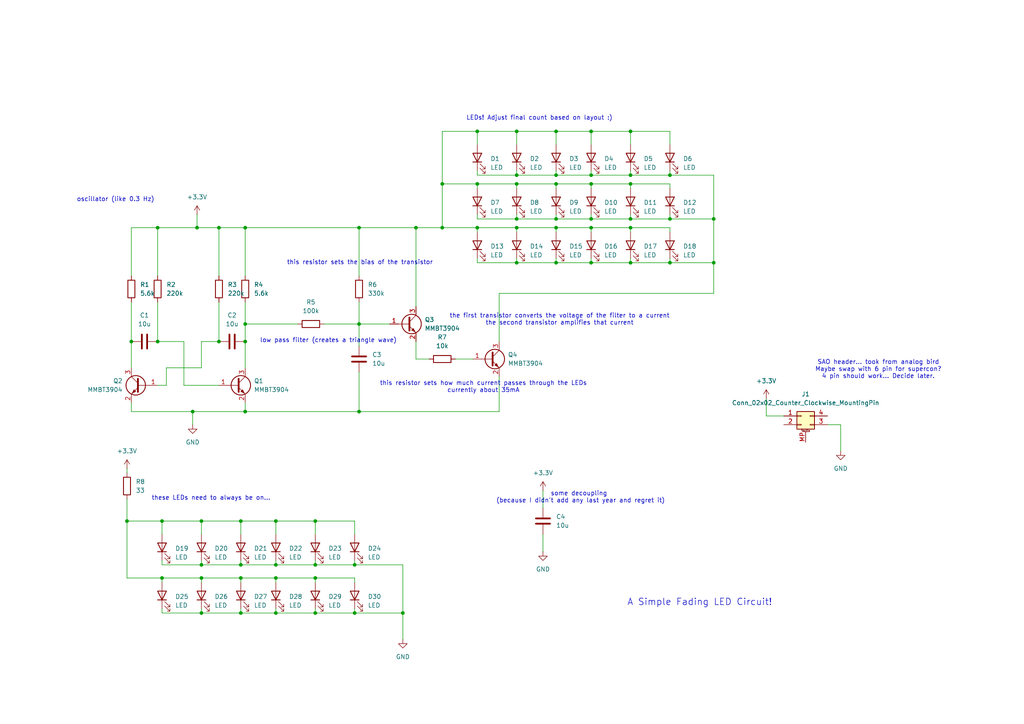
<source format=kicad_sch>
(kicad_sch (version 20250114) (generator "eeschema") (generator_version "9.0")
  (paper "A4")
  (lib_symbols
    (symbol "Connector_Generic_MountingPin:Conn_02x02_Counter_Clockwise_MountingPin" (pin_names (offset 1.016) (hide yes))
      (property "Reference" "J" (at 1.27 2.54 0))
      (property "Value" "Conn_02x02_Counter_Clockwise_MountingPin" (at 2.54 -5.08 0))
      (symbol "Conn_02x02_Counter_Clockwise_MountingPin_1_1"
        (rectangle (start -1.27 1.27) (end 3.81 -3.81) (stroke (width 0.254)) (fill (type background)))
        (rectangle (start -1.27 0.127) (end 0 -0.127) (stroke (width 0.1524)))
        (rectangle (start -1.27 -2.413) (end 0 -2.667) (stroke (width 0.1524)))
        (polyline (pts (xy 0.254 -4.572) (xy 2.286 -4.572)) (stroke (width 0.1524)))
        (rectangle (start 3.81 0.127) (end 2.54 -0.127) (stroke (width 0.1524)))
        (rectangle (start 3.81 -2.413) (end 2.54 -2.667) (stroke (width 0.1524)))
        (text "Mounting" (at 1.27 -4.191 0) (effects (font (size 0.381 0.381))))
        (pin passive line (at -5.08 0 0) (length 3.81) (name "Pin_1") (number "1"))
        (pin passive line (at -5.08 -2.54 0) (length 3.81) (name "Pin_2") (number "2"))
        (pin passive line (at 1.27 -7.62 90) (length 3.048) (name "MountPin") (number "MP"))
        (pin passive line (at 7.62 0 180) (length 3.81) (name "Pin_4") (number "4"))
        (pin passive line (at 7.62 -2.54 180) (length 3.81) (name "Pin_3") (number "3"))
      )
    )
    (symbol "Device:C" (pin_numbers (hide yes)) (pin_names (offset 0.254))
      (property "Reference" "C" (at 0.635 2.54 0))
      (property "Value" "C" (at 0.635 -2.54 0))
      (symbol "C_0_1"
        (polyline (pts (xy -2.032 0.762) (xy 2.032 0.762)) (stroke (width 0.508)))
        (polyline (pts (xy -2.032 -0.762) (xy 2.032 -0.762)) (stroke (width 0.508)))
      )
      (symbol "C_1_1"
        (pin passive line (at 0 3.81 270) (length 2.794) (name "~") (number "1"))
        (pin passive line (at 0 -3.81 90) (length 2.794) (name "~") (number "2"))
      )
    )
    (symbol "Device:LED" (pin_numbers (hide yes)) (pin_names (offset 1.016) (hide yes))
      (property "Reference" "D" (at 0 2.54 0))
      (property "Value" "LED" (at 0 -2.54 0))
      (symbol "LED_0_1"
        (polyline (pts (xy -3.048 -0.762) (xy -4.572 -2.286) (xy -3.81 -2.286) (xy -4.572 -2.286) (xy -4.572 -1.524)))
        (polyline (pts (xy -1.778 -0.762) (xy -3.302 -2.286) (xy -2.54 -2.286) (xy -3.302 -2.286) (xy -3.302 -1.524)))
        (polyline (pts (xy -1.27 0) (xy 1.27 0)))
        (polyline (pts (xy -1.27 -1.27) (xy -1.27 1.27)) (stroke (width 0.254)))
        (polyline (pts (xy 1.27 -1.27) (xy 1.27 1.27) (xy -1.27 0) (xy 1.27 -1.27)) (stroke (width 0.254)))
      )
      (symbol "LED_1_1"
        (pin passive line (at -3.81 0 0) (length 2.54) (name "K") (number "1"))
        (pin passive line (at 3.81 0 180) (length 2.54) (name "A") (number "2"))
      )
    )
    (symbol "Device:R" (pin_numbers (hide yes)) (pin_names (offset 0))
      (property "Reference" "R" (at 2.032 0 90))
      (property "Value" "R" (at 0 0 90))
      (symbol "R_0_1"
        (rectangle (start -1.016 -2.54) (end 1.016 2.54) (stroke (width 0.254)))
      )
      (symbol "R_1_1"
        (pin passive line (at 0 3.81 270) (length 1.27) (name "~") (number "1"))
        (pin passive line (at 0 -3.81 90) (length 1.27) (name "~") (number "2"))
      )
    )
    (symbol "Transistor_BJT:MMBT3904" (pin_names (offset 0) (hide yes))
      (property "Reference" "Q" (at 5.08 1.905 0))
      (property "Value" "MMBT3904" (at 5.08 0 0))
      (symbol "MMBT3904_0_1"
        (polyline (pts (xy -2.54 0) (xy 0.635 0)))
        (polyline (pts (xy 0.635 1.905) (xy 0.635 -1.905)) (stroke (width 0.508)))
        (circle (center 1.27 0) (radius 2.8194) (stroke (width 0.254)))
      )
      (symbol "MMBT3904_1_1"
        (polyline (pts (xy 0.635 0.635) (xy 2.54 2.54)))
        (polyline (pts (xy 0.635 -0.635) (xy 2.54 -2.54)))
        (polyline (pts (xy 1.27 -1.778) (xy 1.778 -1.27) (xy 2.286 -2.286) (xy 1.27 -1.778)) (fill (type outline)))
        (pin input line (at -5.08 0 0) (length 2.54) (name "B") (number "1"))
        (pin passive line (at 2.54 5.08 270) (length 2.54) (name "C") (number "3"))
        (pin passive line (at 2.54 -5.08 90) (length 2.54) (name "E") (number "2"))
      )
    )
    (symbol "power:+3.3V" (power) (pin_numbers (hide yes)) (pin_names (offset 0) (hide yes))
      (property "Value" "+3.3V" (at 0 3.556 0))
      (symbol "+3.3V_0_1"
        (polyline (pts (xy -0.762 1.27) (xy 0 2.54)))
        (polyline (pts (xy 0 2.54) (xy 0.762 1.27)))
        (polyline (pts (xy 0 0) (xy 0 2.54)))
      )
      (symbol "+3.3V_1_1"
        (pin power_in line (at 0 0 90) (length 0) (name "~") (number "1"))
      )
    )
    (symbol "power:GND" (power) (pin_numbers (hide yes)) (pin_names (offset 0) (hide yes))
      (property "Value" "GND" (at 0 -3.81 0))
      (symbol "GND_0_1"
        (polyline (pts (xy 0 0) (xy 0 -1.27) (xy 1.27 -1.27) (xy 0 -2.54) (xy -1.27 -1.27) (xy 0 -1.27)))
      )
      (symbol "GND_1_1"
        (pin power_in line (at 0 0 270) (length 0) (name "~") (number "1"))
      )
    )
  )
  (text "the first transistor converts the voltage of the filter to a current\nthe second transistor amplifies that current" (at 162.306 92.71 0) (effects (font (size 1.27 1.27))))
  (text "some decoupling \n(because I didn't add any last year and regret it)" (at 168.402 144.272 0) (effects (font (size 1.27 1.27))))
  (text "SAO header... took from analog bird\nMaybe swap with 6 pin for supercon?\n4 pin should work... Decide later." (at 254.762 107.188 0) (effects (font (size 1.27 1.27))))
  (text "LEDs! Adjust final count based on layout :)" (at 156.464 34.29 0) (effects (font (size 1.27 1.27))))
  (text "low pass filter (creates a triangle wave)" (at 95.25 98.806 0) (effects (font (size 1.27 1.27))))
  (text "these LEDs need to always be on..." (at 61.214 144.526 0) (effects (font (size 1.27 1.27))))
  (text "A Simple Fading LED Circuit!" (at 202.946 174.752 0) (effects (font (size 1.905 1.905))))
  (text "oscillator (like 0.3 Hz)" (at 33.528 57.912 0) (effects (font (size 1.27 1.27))))
  (text "this resistor sets how much current passes through the LEDs\ncurrently about 35mA" (at 140.208 112.268 0) (effects (font (size 1.27 1.27))))
  (text "this resistor sets the bias of the transistor" (at 104.394 76.2 0) (effects (font (size 1.27 1.27))))
  (junction (at 102.87 177.8))
  (junction (at 91.44 151.13))
  (junction (at 46.99 167.64))
  (junction (at 161.29 53.34))
  (junction (at 161.29 76.2))
  (junction (at 182.88 66.04))
  (junction (at 149.86 50.8))
  (junction (at 182.88 76.2))
  (junction (at 46.99 151.13))
  (junction (at 58.42 177.8))
  (junction (at 63.5 99.06))
  (junction (at 161.29 50.8))
  (junction (at 69.85 177.8))
  (junction (at 71.12 93.98))
  (junction (at 71.12 99.06))
  (junction (at 45.72 66.04))
  (junction (at 149.86 76.2))
  (junction (at 171.45 66.04))
  (junction (at 69.85 151.13))
  (junction (at 149.86 38.1))
  (junction (at 149.86 63.5))
  (junction (at 138.43 66.04))
  (junction (at 104.14 93.98))
  (junction (at 207.01 63.5))
  (junction (at 182.88 50.8))
  (junction (at 71.12 119.38))
  (junction (at 80.01 151.13))
  (junction (at 138.43 53.34))
  (junction (at 182.88 53.34))
  (junction (at 91.44 163.83))
  (junction (at 69.85 163.83))
  (junction (at 194.31 63.5))
  (junction (at 104.14 119.38))
  (junction (at 63.5 66.04))
  (junction (at 45.72 99.06))
  (junction (at 120.65 66.04))
  (junction (at 116.84 177.8))
  (junction (at 138.43 38.1))
  (junction (at 161.29 38.1))
  (junction (at 149.86 53.34))
  (junction (at 207.01 76.2))
  (junction (at 171.45 53.34))
  (junction (at 102.87 163.83))
  (junction (at 194.31 76.2))
  (junction (at 80.01 167.64))
  (junction (at 58.42 163.83))
  (junction (at 128.27 66.04))
  (junction (at 57.15 66.04))
  (junction (at 91.44 167.64))
  (junction (at 91.44 177.8))
  (junction (at 161.29 63.5))
  (junction (at 38.1 99.06))
  (junction (at 171.45 50.8))
  (junction (at 69.85 167.64))
  (junction (at 128.27 53.34))
  (junction (at 80.01 163.83))
  (junction (at 171.45 76.2))
  (junction (at 58.42 167.64))
  (junction (at 171.45 63.5))
  (junction (at 149.86 66.04))
  (junction (at 80.01 177.8))
  (junction (at 58.42 151.13))
  (junction (at 161.29 66.04))
  (junction (at 171.45 38.1))
  (junction (at 36.83 151.13))
  (junction (at 194.31 50.8))
  (junction (at 182.88 63.5))
  (junction (at 55.88 119.38))
  (junction (at 104.14 66.04))
  (junction (at 182.88 38.1))
  (junction (at 71.12 66.04))
  (wire (pts (xy 240.03 123.19) (xy 243.84 123.19)))
  (wire (pts (xy 38.1 66.04) (xy 45.72 66.04)))
  (wire (pts (xy 36.83 151.13) (xy 36.83 167.64)))
  (wire (pts (xy 171.45 38.1) (xy 171.45 41.91)))
  (wire (pts (xy 46.99 163.83) (xy 46.99 162.56)))
  (wire (pts (xy 71.12 116.84) (xy 71.12 119.38)))
  (wire (pts (xy 91.44 176.53) (xy 91.44 177.8)))
  (wire (pts (xy 80.01 177.8) (xy 69.85 177.8)))
  (wire (pts (xy 58.42 176.53) (xy 58.42 177.8)))
  (wire (pts (xy 69.85 163.83) (xy 58.42 163.83)))
  (wire (pts (xy 207.01 63.5) (xy 194.31 63.5)))
  (wire (pts (xy 144.78 99.06) (xy 144.78 85.09)))
  (wire (pts (xy 149.86 62.23) (xy 149.86 63.5)))
  (wire (pts (xy 182.88 62.23) (xy 182.88 63.5)))
  (wire (pts (xy 161.29 62.23) (xy 161.29 63.5)))
  (wire (pts (xy 38.1 99.06) (xy 38.1 106.68)))
  (wire (pts (xy 149.86 66.04) (xy 161.29 66.04)))
  (wire (pts (xy 182.88 74.93) (xy 182.88 76.2)))
  (wire (pts (xy 71.12 80.01) (xy 71.12 66.04)))
  (wire (pts (xy 38.1 80.01) (xy 38.1 66.04)))
  (wire (pts (xy 138.43 53.34) (xy 149.86 53.34)))
  (wire (pts (xy 45.72 99.06) (xy 53.34 99.06)))
  (wire (pts (xy 207.01 50.8) (xy 194.31 50.8)))
  (wire (pts (xy 80.01 176.53) (xy 80.01 177.8)))
  (wire (pts (xy 161.29 38.1) (xy 161.29 41.91)))
  (wire (pts (xy 58.42 162.56) (xy 58.42 163.83)))
  (wire (pts (xy 46.99 167.64) (xy 46.99 168.91)))
  (wire (pts (xy 120.65 66.04) (xy 128.27 66.04)))
  (wire (pts (xy 104.14 93.98) (xy 104.14 87.63)))
  (wire (pts (xy 80.01 167.64) (xy 80.01 168.91)))
  (wire (pts (xy 91.44 162.56) (xy 91.44 163.83)))
  (wire (pts (xy 69.85 167.64) (xy 69.85 168.91)))
  (wire (pts (xy 194.31 49.53) (xy 194.31 50.8)))
  (wire (pts (xy 194.31 63.5) (xy 182.88 63.5)))
  (wire (pts (xy 194.31 38.1) (xy 194.31 41.91)))
  (wire (pts (xy 182.88 66.04) (xy 194.31 66.04)))
  (wire (pts (xy 58.42 99.06) (xy 58.42 106.68)))
  (wire (pts (xy 182.88 38.1) (xy 182.88 41.91)))
  (wire (pts (xy 46.99 177.8) (xy 46.99 176.53)))
  (wire (pts (xy 120.65 66.04) (xy 120.65 88.9)))
  (wire (pts (xy 161.29 63.5) (xy 149.86 63.5)))
  (wire (pts (xy 69.85 151.13) (xy 69.85 154.94)))
  (wire (pts (xy 48.26 106.68) (xy 48.26 111.76)))
  (wire (pts (xy 128.27 66.04) (xy 138.43 66.04)))
  (wire (pts (xy 161.29 38.1) (xy 171.45 38.1)))
  (wire (pts (xy 102.87 167.64) (xy 91.44 167.64)))
  (wire (pts (xy 182.88 38.1) (xy 194.31 38.1)))
  (wire (pts (xy 58.42 106.68) (xy 48.26 106.68)))
  (wire (pts (xy 222.25 115.57) (xy 222.25 120.65)))
  (wire (pts (xy 207.01 76.2) (xy 194.31 76.2)))
  (wire (pts (xy 171.45 49.53) (xy 171.45 50.8)))
  (wire (pts (xy 194.31 66.04) (xy 194.31 67.31)))
  (wire (pts (xy 161.29 53.34) (xy 161.29 54.61)))
  (wire (pts (xy 45.72 87.63) (xy 45.72 99.06)))
  (wire (pts (xy 116.84 163.83) (xy 116.84 177.8)))
  (wire (pts (xy 91.44 151.13) (xy 102.87 151.13)))
  (wire (pts (xy 53.34 111.76) (xy 63.5 111.76)))
  (wire (pts (xy 71.12 87.63) (xy 71.12 93.98)))
  (wire (pts (xy 157.48 142.24) (xy 157.48 147.32)))
  (wire (pts (xy 171.45 76.2) (xy 161.29 76.2)))
  (wire (pts (xy 58.42 167.64) (xy 46.99 167.64)))
  (wire (pts (xy 71.12 66.04) (xy 104.14 66.04)))
  (wire (pts (xy 138.43 50.8) (xy 138.43 49.53)))
  (wire (pts (xy 58.42 177.8) (xy 46.99 177.8)))
  (wire (pts (xy 102.87 162.56) (xy 102.87 163.83)))
  (wire (pts (xy 182.88 76.2) (xy 171.45 76.2)))
  (wire (pts (xy 149.86 38.1) (xy 161.29 38.1)))
  (wire (pts (xy 149.86 66.04) (xy 149.86 67.31)))
  (wire (pts (xy 171.45 74.93) (xy 171.45 76.2)))
  (wire (pts (xy 116.84 177.8) (xy 116.84 185.42)))
  (wire (pts (xy 63.5 87.63) (xy 63.5 99.06)))
  (wire (pts (xy 58.42 167.64) (xy 58.42 168.91)))
  (wire (pts (xy 149.86 63.5) (xy 138.43 63.5)))
  (wire (pts (xy 161.29 53.34) (xy 171.45 53.34)))
  (wire (pts (xy 171.45 66.04) (xy 182.88 66.04)))
  (wire (pts (xy 38.1 119.38) (xy 55.88 119.38)))
  (wire (pts (xy 36.83 135.89) (xy 36.83 137.16)))
  (wire (pts (xy 182.88 53.34) (xy 182.88 54.61)))
  (wire (pts (xy 128.27 38.1) (xy 138.43 38.1)))
  (wire (pts (xy 91.44 167.64) (xy 91.44 168.91)))
  (wire (pts (xy 149.86 74.93) (xy 149.86 76.2)))
  (wire (pts (xy 194.31 53.34) (xy 194.31 54.61)))
  (wire (pts (xy 171.45 62.23) (xy 171.45 63.5)))
  (wire (pts (xy 161.29 74.93) (xy 161.29 76.2)))
  (wire (pts (xy 58.42 99.06) (xy 63.5 99.06)))
  (wire (pts (xy 102.87 163.83) (xy 91.44 163.83)))
  (wire (pts (xy 80.01 167.64) (xy 69.85 167.64)))
  (wire (pts (xy 63.5 80.01) (xy 63.5 66.04)))
  (wire (pts (xy 58.42 151.13) (xy 58.42 154.94)))
  (wire (pts (xy 138.43 63.5) (xy 138.43 62.23)))
  (wire (pts (xy 80.01 151.13) (xy 91.44 151.13)))
  (wire (pts (xy 171.45 53.34) (xy 182.88 53.34)))
  (wire (pts (xy 149.86 49.53) (xy 149.86 50.8)))
  (wire (pts (xy 144.78 119.38) (xy 104.14 119.38)))
  (wire (pts (xy 104.14 66.04) (xy 120.65 66.04)))
  (wire (pts (xy 57.15 66.04) (xy 63.5 66.04)))
  (wire (pts (xy 138.43 53.34) (xy 138.43 54.61)))
  (wire (pts (xy 171.45 38.1) (xy 182.88 38.1)))
  (wire (pts (xy 194.31 50.8) (xy 182.88 50.8)))
  (wire (pts (xy 120.65 99.06) (xy 120.65 104.14)))
  (wire (pts (xy 207.01 85.09) (xy 207.01 76.2)))
  (wire (pts (xy 182.88 50.8) (xy 171.45 50.8)))
  (wire (pts (xy 58.42 163.83) (xy 46.99 163.83)))
  (wire (pts (xy 132.08 104.14) (xy 137.16 104.14)))
  (wire (pts (xy 46.99 151.13) (xy 58.42 151.13)))
  (wire (pts (xy 93.98 93.98) (xy 104.14 93.98)))
  (wire (pts (xy 207.01 63.5) (xy 207.01 50.8)))
  (wire (pts (xy 36.83 151.13) (xy 46.99 151.13)))
  (wire (pts (xy 149.86 76.2) (xy 138.43 76.2)))
  (wire (pts (xy 171.45 66.04) (xy 171.45 67.31)))
  (wire (pts (xy 138.43 41.91) (xy 138.43 38.1)))
  (wire (pts (xy 149.86 53.34) (xy 149.86 54.61)))
  (wire (pts (xy 128.27 66.04) (xy 128.27 53.34)))
  (wire (pts (xy 46.99 167.64) (xy 36.83 167.64)))
  (wire (pts (xy 171.45 50.8) (xy 161.29 50.8)))
  (wire (pts (xy 53.34 99.06) (xy 53.34 111.76)))
  (wire (pts (xy 182.88 53.34) (xy 194.31 53.34)))
  (wire (pts (xy 104.14 66.04) (xy 104.14 80.01)))
  (wire (pts (xy 69.85 167.64) (xy 58.42 167.64)))
  (wire (pts (xy 138.43 38.1) (xy 149.86 38.1)))
  (wire (pts (xy 71.12 99.06) (xy 71.12 106.68)))
  (wire (pts (xy 161.29 50.8) (xy 149.86 50.8)))
  (wire (pts (xy 45.72 80.01) (xy 45.72 66.04)))
  (wire (pts (xy 102.87 168.91) (xy 102.87 167.64)))
  (wire (pts (xy 161.29 66.04) (xy 161.29 67.31)))
  (wire (pts (xy 104.14 107.95) (xy 104.14 119.38)))
  (wire (pts (xy 149.86 50.8) (xy 138.43 50.8)))
  (wire (pts (xy 243.84 123.19) (xy 243.84 130.81)))
  (wire (pts (xy 102.87 151.13) (xy 102.87 154.94)))
  (wire (pts (xy 161.29 76.2) (xy 149.86 76.2)))
  (wire (pts (xy 38.1 116.84) (xy 38.1 119.38)))
  (wire (pts (xy 182.88 63.5) (xy 171.45 63.5)))
  (wire (pts (xy 144.78 85.09) (xy 207.01 85.09)))
  (wire (pts (xy 194.31 76.2) (xy 182.88 76.2)))
  (wire (pts (xy 69.85 151.13) (xy 80.01 151.13)))
  (wire (pts (xy 120.65 104.14) (xy 124.46 104.14)))
  (wire (pts (xy 36.83 144.78) (xy 36.83 151.13)))
  (wire (pts (xy 102.87 177.8) (xy 91.44 177.8)))
  (wire (pts (xy 91.44 177.8) (xy 80.01 177.8)))
  (wire (pts (xy 222.25 120.65) (xy 227.33 120.65)))
  (wire (pts (xy 102.87 177.8) (xy 116.84 177.8)))
  (wire (pts (xy 102.87 163.83) (xy 116.84 163.83)))
  (wire (pts (xy 104.14 93.98) (xy 104.14 100.33)))
  (wire (pts (xy 69.85 176.53) (xy 69.85 177.8)))
  (wire (pts (xy 46.99 154.94) (xy 46.99 151.13)))
  (wire (pts (xy 55.88 119.38) (xy 55.88 123.19)))
  (wire (pts (xy 80.01 163.83) (xy 69.85 163.83)))
  (wire (pts (xy 71.12 93.98) (xy 71.12 99.06)))
  (wire (pts (xy 207.01 76.2) (xy 207.01 63.5)))
  (wire (pts (xy 45.72 66.04) (xy 57.15 66.04)))
  (wire (pts (xy 144.78 109.22) (xy 144.78 119.38)))
  (wire (pts (xy 80.01 162.56) (xy 80.01 163.83)))
  (wire (pts (xy 71.12 93.98) (xy 86.36 93.98)))
  (wire (pts (xy 69.85 177.8) (xy 58.42 177.8)))
  (wire (pts (xy 38.1 87.63) (xy 38.1 99.06)))
  (wire (pts (xy 157.48 154.94) (xy 157.48 160.02)))
  (wire (pts (xy 91.44 151.13) (xy 91.44 154.94)))
  (wire (pts (xy 57.15 66.04) (xy 57.15 62.23)))
  (wire (pts (xy 138.43 66.04) (xy 138.43 67.31)))
  (wire (pts (xy 161.29 49.53) (xy 161.29 50.8)))
  (wire (pts (xy 171.45 63.5) (xy 161.29 63.5)))
  (wire (pts (xy 138.43 66.04) (xy 149.86 66.04)))
  (wire (pts (xy 58.42 151.13) (xy 69.85 151.13)))
  (wire (pts (xy 149.86 38.1) (xy 149.86 41.91)))
  (wire (pts (xy 102.87 176.53) (xy 102.87 177.8)))
  (wire (pts (xy 161.29 66.04) (xy 171.45 66.04)))
  (wire (pts (xy 182.88 66.04) (xy 182.88 67.31)))
  (wire (pts (xy 69.85 162.56) (xy 69.85 163.83)))
  (wire (pts (xy 182.88 49.53) (xy 182.88 50.8)))
  (wire (pts (xy 194.31 62.23) (xy 194.31 63.5)))
  (wire (pts (xy 128.27 53.34) (xy 138.43 53.34)))
  (wire (pts (xy 171.45 53.34) (xy 171.45 54.61)))
  (wire (pts (xy 48.26 111.76) (xy 45.72 111.76)))
  (wire (pts (xy 55.88 119.38) (xy 71.12 119.38)))
  (wire (pts (xy 194.31 74.93) (xy 194.31 76.2)))
  (wire (pts (xy 149.86 53.34) (xy 161.29 53.34)))
  (wire (pts (xy 128.27 53.34) (xy 128.27 38.1)))
  (wire (pts (xy 104.14 93.98) (xy 113.03 93.98)))
  (wire (pts (xy 104.14 119.38) (xy 71.12 119.38)))
  (wire (pts (xy 80.01 151.13) (xy 80.01 154.94)))
  (wire (pts (xy 91.44 163.83) (xy 80.01 163.83)))
  (wire (pts (xy 71.12 66.04) (xy 63.5 66.04)))
  (wire (pts (xy 91.44 167.64) (xy 80.01 167.64)))
  (wire (pts (xy 138.43 76.2) (xy 138.43 74.93)))
  (symbol (lib_id "Device:LED") (at 171.45 71.12 90) (unit 1)
    (property "Reference" "D16" (at 175.26 71.4374 90) (effects (justify right)))
    (property "Value" "LED" (at 175.26 73.9774 90) (effects (justify right)))
    (property "Footprint" "LED_SMD:LED_0603_1608Metric" (effects (hide yes)))
    (property "Description" "Light emitting diode" (effects (hide yes)))
    (property "Sim.Pins" "1=K 2=A" (effects (hide yes)))
  )
  (symbol (lib_id "Device:LED") (at 149.86 58.42 90) (unit 1)
    (property "Reference" "D8" (at 153.67 58.7374 90) (effects (justify right)))
    (property "Value" "LED" (at 153.67 61.2774 90) (effects (justify right)))
    (property "Footprint" "LED_SMD:LED_0603_1608Metric" (effects (hide yes)))
    (property "Description" "Light emitting diode" (effects (hide yes)))
    (property "Sim.Pins" "1=K 2=A" (effects (hide yes)))
  )
  (symbol (lib_id "Device:LED") (at 102.87 172.72 90) (unit 1)
    (property "Reference" "D30" (at 106.68 173.0374 90) (effects (justify right)))
    (property "Value" "LED" (at 106.68 175.5774 90) (effects (justify right)))
    (property "Footprint" "LED_SMD:LED_0603_1608Metric" (effects (hide yes)))
    (property "Description" "Light emitting diode" (effects (hide yes)))
    (property "Sim.Pins" "1=K 2=A" (effects (hide yes)))
  )
  (symbol (lib_id "Device:LED") (at 138.43 58.42 90) (unit 1)
    (property "Reference" "D7" (at 142.24 58.7374 90) (effects (justify right)))
    (property "Value" "LED" (at 142.24 61.2774 90) (effects (justify right)))
    (property "Footprint" "LED_SMD:LED_0603_1608Metric" (effects (hide yes)))
    (property "Description" "Light emitting diode" (effects (hide yes)))
    (property "Sim.Pins" "1=K 2=A" (effects (hide yes)))
  )
  (symbol (lib_id "Device:LED") (at 182.88 45.72 90) (unit 1)
    (property "Reference" "D5" (at 186.69 46.0374 90) (effects (justify right)))
    (property "Value" "LED" (at 186.69 48.5774 90) (effects (justify right)))
    (property "Footprint" "LED_SMD:LED_0603_1608Metric" (effects (hide yes)))
    (property "Description" "Light emitting diode" (effects (hide yes)))
    (property "Sim.Pins" "1=K 2=A" (effects (hide yes)))
  )
  (symbol (lib_id "Device:LED") (at 80.01 172.72 90) (unit 1)
    (property "Reference" "D28" (at 83.82 173.0374 90) (effects (justify right)))
    (property "Value" "LED" (at 83.82 175.5774 90) (effects (justify right)))
    (property "Footprint" "LED_SMD:LED_0603_1608Metric" (effects (hide yes)))
    (property "Description" "Light emitting diode" (effects (hide yes)))
    (property "Sim.Pins" "1=K 2=A" (effects (hide yes)))
  )
  (symbol (lib_id "power:+3.3V") (at 222.25 115.57 0) (unit 1)
    (property "Reference" "#PWR03" (effects (hide yes)))
    (property "Value" "+3.3V" (at 222.25 110.49 0))
    (property "Description" "Power symbol creates a global label with name \"+3.3V\"" (effects (hide yes)))
  )
  (symbol (lib_id "Device:LED") (at 161.29 58.42 90) (unit 1)
    (property "Reference" "D9" (at 165.1 58.7374 90) (effects (justify right)))
    (property "Value" "LED" (at 165.1 61.2774 90) (effects (justify right)))
    (property "Footprint" "LED_SMD:LED_0603_1608Metric" (effects (hide yes)))
    (property "Description" "Light emitting diode" (effects (hide yes)))
    (property "Sim.Pins" "1=K 2=A" (effects (hide yes)))
  )
  (symbol (lib_id "Device:LED") (at 46.99 158.75 90) (unit 1)
    (property "Reference" "D19" (at 50.8 159.0674 90) (effects (justify right)))
    (property "Value" "LED" (at 50.8 161.6074 90) (effects (justify right)))
    (property "Footprint" "LED_SMD:LED_0603_1608Metric" (effects (hide yes)))
    (property "Description" "Light emitting diode" (effects (hide yes)))
    (property "Sim.Pins" "1=K 2=A" (effects (hide yes)))
  )
  (symbol (lib_id "Device:R") (at 128.27 104.14 270) (unit 1)
    (property "Reference" "R7" (at 128.27 97.79 90))
    (property "Value" "10k" (at 128.27 100.33 90))
    (property "Footprint" "Resistor_SMD:R_0603_1608Metric" (effects (hide yes)))
    (property "Description" "Resistor" (effects (hide yes)))
  )
  (symbol (lib_id "Device:R") (at 36.83 140.97 0) (unit 1)
    (property "Reference" "R8" (at 39.37 139.6999 0) (effects (justify left)))
    (property "Value" "33" (at 39.37 142.2399 0) (effects (justify left)))
    (property "Footprint" "Resistor_SMD:R_0603_1608Metric" (effects (hide yes)))
    (property "Description" "Resistor" (effects (hide yes)))
  )
  (symbol (lib_id "power:GND") (at 55.88 123.19 0) (unit 1)
    (property "Reference" "#PWR01" (effects (hide yes)))
    (property "Value" "GND" (at 55.88 128.27 0))
    (property "Description" "Power symbol creates a global label with name \"GND\" , ground" (effects (hide yes)))
  )
  (symbol (lib_id "Device:R") (at 71.12 83.82 0) (unit 1)
    (property "Reference" "R4" (at 73.66 82.5499 0) (effects (justify left)))
    (property "Value" "5.6k" (at 73.66 85.0899 0) (effects (justify left)))
    (property "Footprint" "Resistor_SMD:R_0603_1608Metric" (effects (hide yes)))
    (property "Description" "Resistor" (effects (hide yes)))
  )
  (symbol (lib_id "Device:LED") (at 102.87 158.75 90) (unit 1)
    (property "Reference" "D24" (at 106.68 159.0674 90) (effects (justify right)))
    (property "Value" "LED" (at 106.68 161.6074 90) (effects (justify right)))
    (property "Footprint" "LED_SMD:LED_0603_1608Metric" (effects (hide yes)))
    (property "Description" "Light emitting diode" (effects (hide yes)))
    (property "Sim.Pins" "1=K 2=A" (effects (hide yes)))
  )
  (symbol (lib_id "power:GND") (at 243.84 130.81 0) (unit 1)
    (property "Reference" "#PWR04" (effects (hide yes)))
    (property "Value" "GND" (at 243.84 135.89 0))
    (property "Description" "Power symbol creates a global label with name \"GND\" , ground" (effects (hide yes)))
  )
  (symbol (lib_id "Device:LED") (at 91.44 172.72 90) (unit 1)
    (property "Reference" "D29" (at 95.25 173.0374 90) (effects (justify right)))
    (property "Value" "LED" (at 95.25 175.5774 90) (effects (justify right)))
    (property "Footprint" "LED_SMD:LED_0603_1608Metric" (effects (hide yes)))
    (property "Description" "Light emitting diode" (effects (hide yes)))
    (property "Sim.Pins" "1=K 2=A" (effects (hide yes)))
  )
  (symbol (lib_id "Device:LED") (at 149.86 71.12 90) (unit 1)
    (property "Reference" "D14" (at 153.67 71.4374 90) (effects (justify right)))
    (property "Value" "LED" (at 153.67 73.9774 90) (effects (justify right)))
    (property "Footprint" "LED_SMD:LED_0603_1608Metric" (effects (hide yes)))
    (property "Description" "Light emitting diode" (effects (hide yes)))
    (property "Sim.Pins" "1=K 2=A" (effects (hide yes)))
  )
  (symbol (lib_id "power:+3.3V") (at 57.15 62.23 0) (unit 1)
    (property "Reference" "#PWR02" (effects (hide yes)))
    (property "Value" "+3.3V" (at 57.15 57.15 0))
    (property "Description" "Power symbol creates a global label with name \"+3.3V\"" (effects (hide yes)))
  )
  (symbol (lib_id "Device:LED") (at 91.44 158.75 90) (unit 1)
    (property "Reference" "D23" (at 95.25 159.0674 90) (effects (justify right)))
    (property "Value" "LED" (at 95.25 161.6074 90) (effects (justify right)))
    (property "Footprint" "LED_SMD:LED_0603_1608Metric" (effects (hide yes)))
    (property "Description" "Light emitting diode" (effects (hide yes)))
    (property "Sim.Pins" "1=K 2=A" (effects (hide yes)))
  )
  (symbol (lib_id "Device:R") (at 90.17 93.98 90) (unit 1)
    (property "Reference" "R5" (at 90.17 87.63 90))
    (property "Value" "100k" (at 90.17 90.17 90))
    (property "Footprint" "Resistor_SMD:R_0603_1608Metric" (effects (hide yes)))
    (property "Description" "Resistor" (effects (hide yes)))
  )
  (symbol (lib_id "Device:LED") (at 46.99 172.72 90) (unit 1)
    (property "Reference" "D25" (at 50.8 173.0374 90) (effects (justify right)))
    (property "Value" "LED" (at 50.8 175.5774 90) (effects (justify right)))
    (property "Footprint" "LED_SMD:LED_0603_1608Metric" (effects (hide yes)))
    (property "Description" "Light emitting diode" (effects (hide yes)))
    (property "Sim.Pins" "1=K 2=A" (effects (hide yes)))
  )
  (symbol (lib_id "Device:R") (at 45.72 83.82 0) (unit 1)
    (property "Reference" "R2" (at 48.26 82.5499 0) (effects (justify left)))
    (property "Value" "220k" (at 48.26 85.0899 0) (effects (justify left)))
    (property "Footprint" "Resistor_SMD:R_0603_1608Metric" (effects (hide yes)))
    (property "Description" "Resistor" (effects (hide yes)))
  )
  (symbol (lib_id "Device:C") (at 104.14 104.14 180) (unit 1)
    (property "Reference" "C3" (at 107.95 102.8699 0) (effects (justify right)))
    (property "Value" "10u" (at 107.95 105.4099 0) (effects (justify right)))
    (property "Footprint" "Capacitor_SMD:C_0603_1608Metric" (effects (hide yes)))
    (property "Description" "Unpolarized capacitor" (effects (hide yes)))
  )
  (symbol (lib_id "Device:LED") (at 171.45 58.42 90) (unit 1)
    (property "Reference" "D10" (at 175.26 58.7374 90) (effects (justify right)))
    (property "Value" "LED" (at 175.26 61.2774 90) (effects (justify right)))
    (property "Footprint" "LED_SMD:LED_0603_1608Metric" (effects (hide yes)))
    (property "Description" "Light emitting diode" (effects (hide yes)))
    (property "Sim.Pins" "1=K 2=A" (effects (hide yes)))
  )
  (symbol (lib_id "Transistor_BJT:MMBT3904") (at 142.24 104.14 0) (unit 1)
    (property "Reference" "Q4" (at 147.32 102.8699 0) (effects (justify left)))
    (property "Value" "MMBT3904" (at 147.32 105.4099 0) (effects (justify left)))
    (property "Footprint" "Package_TO_SOT_SMD:SOT-23" (effects (hide yes)))
    (property "Datasheet" "https://www.onsemi.com/pdf/datasheet/pzt3904-d.pdf" (effects (hide yes)))
    (property "Description" "0.2A Ic, 40V Vce, Small Signal NPN Transistor, SOT-23" (effects (hide yes)))
  )
  (symbol (lib_id "Device:C") (at 67.31 99.06 90) (unit 1)
    (property "Reference" "C2" (at 67.31 91.44 90))
    (property "Value" "10u" (at 67.31 93.98 90))
    (property "Footprint" "Capacitor_SMD:C_0603_1608Metric" (effects (hide yes)))
    (property "Description" "Unpolarized capacitor" (effects (hide yes)))
  )
  (symbol (lib_id "Device:LED") (at 138.43 71.12 90) (unit 1)
    (property "Reference" "D13" (at 142.24 71.4374 90) (effects (justify right)))
    (property "Value" "LED" (at 142.24 73.9774 90) (effects (justify right)))
    (property "Footprint" "LED_SMD:LED_0603_1608Metric" (effects (hide yes)))
    (property "Description" "Light emitting diode" (effects (hide yes)))
    (property "Sim.Pins" "1=K 2=A" (effects (hide yes)))
  )
  (symbol (lib_id "Connector_Generic_MountingPin:Conn_02x02_Counter_Clockwise_MountingPin") (at 232.41 120.65 0) (unit 1)
    (property "Reference" "J1" (at 233.68 114.3 0))
    (property "Value" "Conn_02x02_Counter_Clockwise_MountingPin" (at 233.68 116.84 0))
    (property "Footprint" "Connector_PinHeader_2.54mm:PinHeader_2x02_P2.54mm_Vertical" (effects (hide yes)))
    (property "Description" "Generic connectable mounting pin connector, double row, 02x02, counter clockwise pin numbering scheme (similar to DIP package numbering), script generated (kicad-library-utils/schlib/autogen/connector/)" (effects (hide yes)))
  )
  (symbol (lib_id "Device:R") (at 104.14 83.82 180) (unit 1)
    (property "Reference" "R6" (at 106.68 82.5499 0) (effects (justify right)))
    (property "Value" "330k" (at 106.68 85.0899 0) (effects (justify right)))
    (property "Footprint" "Resistor_SMD:R_0603_1608Metric" (effects (hide yes)))
    (property "Description" "Resistor" (effects (hide yes)))
  )
  (symbol (lib_id "Device:LED") (at 149.86 45.72 90) (unit 1)
    (property "Reference" "D2" (at 153.67 46.0374 90) (effects (justify right)))
    (property "Value" "LED" (at 153.67 48.5774 90) (effects (justify right)))
    (property "Footprint" "LED_SMD:LED_0603_1608Metric" (effects (hide yes)))
    (property "Description" "Light emitting diode" (effects (hide yes)))
    (property "Sim.Pins" "1=K 2=A" (effects (hide yes)))
  )
  (symbol (lib_id "Device:LED") (at 58.42 172.72 90) (unit 1)
    (property "Reference" "D26" (at 62.23 173.0374 90) (effects (justify right)))
    (property "Value" "LED" (at 62.23 175.5774 90) (effects (justify right)))
    (property "Footprint" "LED_SMD:LED_0603_1608Metric" (effects (hide yes)))
    (property "Description" "Light emitting diode" (effects (hide yes)))
    (property "Sim.Pins" "1=K 2=A" (effects (hide yes)))
  )
  (symbol (lib_id "Transistor_BJT:MMBT3904") (at 118.11 93.98 0) (unit 1)
    (property "Reference" "Q3" (at 123.19 92.7099 0) (effects (justify left)))
    (property "Value" "MMBT3904" (at 123.19 95.2499 0) (effects (justify left)))
    (property "Footprint" "Package_TO_SOT_SMD:SOT-23" (effects (hide yes)))
    (property "Datasheet" "https://www.onsemi.com/pdf/datasheet/pzt3904-d.pdf" (effects (hide yes)))
    (property "Description" "0.2A Ic, 40V Vce, Small Signal NPN Transistor, SOT-23" (effects (hide yes)))
  )
  (symbol (lib_id "Device:LED") (at 69.85 158.75 90) (unit 1)
    (property "Reference" "D21" (at 73.66 159.0674 90) (effects (justify right)))
    (property "Value" "LED" (at 73.66 161.6074 90) (effects (justify right)))
    (property "Footprint" "LED_SMD:LED_0603_1608Metric" (effects (hide yes)))
    (property "Description" "Light emitting diode" (effects (hide yes)))
    (property "Sim.Pins" "1=K 2=A" (effects (hide yes)))
  )
  (symbol (lib_id "Device:LED") (at 182.88 58.42 90) (unit 1)
    (property "Reference" "D11" (at 186.69 58.7374 90) (effects (justify right)))
    (property "Value" "LED" (at 186.69 61.2774 90) (effects (justify right)))
    (property "Footprint" "LED_SMD:LED_0603_1608Metric" (effects (hide yes)))
    (property "Description" "Light emitting diode" (effects (hide yes)))
    (property "Sim.Pins" "1=K 2=A" (effects (hide yes)))
  )
  (symbol (lib_id "Device:LED") (at 161.29 71.12 90) (unit 1)
    (property "Reference" "D15" (at 165.1 71.4374 90) (effects (justify right)))
    (property "Value" "LED" (at 165.1 73.9774 90) (effects (justify right)))
    (property "Footprint" "LED_SMD:LED_0603_1608Metric" (effects (hide yes)))
    (property "Description" "Light emitting diode" (effects (hide yes)))
    (property "Sim.Pins" "1=K 2=A" (effects (hide yes)))
  )
  (symbol (lib_id "Device:LED") (at 69.85 172.72 90) (unit 1)
    (property "Reference" "D27" (at 73.66 173.0374 90) (effects (justify right)))
    (property "Value" "LED" (at 73.66 175.5774 90) (effects (justify right)))
    (property "Footprint" "LED_SMD:LED_0603_1608Metric" (effects (hide yes)))
    (property "Description" "Light emitting diode" (effects (hide yes)))
    (property "Sim.Pins" "1=K 2=A" (effects (hide yes)))
  )
  (symbol (lib_id "Device:R") (at 63.5 83.82 0) (unit 1)
    (property "Reference" "R3" (at 66.04 82.5499 0) (effects (justify left)))
    (property "Value" "220k" (at 66.04 85.0899 0) (effects (justify left)))
    (property "Footprint" "Resistor_SMD:R_0603_1608Metric" (effects (hide yes)))
    (property "Description" "Resistor" (effects (hide yes)))
  )
  (symbol (lib_id "Transistor_BJT:MMBT3904") (at 68.58 111.76 0) (unit 1)
    (property "Reference" "Q1" (at 73.66 110.4899 0) (effects (justify left)))
    (property "Value" "MMBT3904" (at 73.66 113.0299 0) (effects (justify left)))
    (property "Footprint" "Package_TO_SOT_SMD:SOT-23" (effects (hide yes)))
    (property "Datasheet" "https://www.onsemi.com/pdf/datasheet/pzt3904-d.pdf" (effects (hide yes)))
    (property "Description" "0.2A Ic, 40V Vce, Small Signal NPN Transistor, SOT-23" (effects (hide yes)))
  )
  (symbol (lib_id "Device:LED") (at 80.01 158.75 90) (unit 1)
    (property "Reference" "D22" (at 83.82 159.0674 90) (effects (justify right)))
    (property "Value" "LED" (at 83.82 161.6074 90) (effects (justify right)))
    (property "Footprint" "LED_SMD:LED_0603_1608Metric" (effects (hide yes)))
    (property "Description" "Light emitting diode" (effects (hide yes)))
    (property "Sim.Pins" "1=K 2=A" (effects (hide yes)))
  )
  (symbol (lib_id "Device:LED") (at 161.29 45.72 90) (unit 1)
    (property "Reference" "D3" (at 165.1 46.0374 90) (effects (justify right)))
    (property "Value" "LED" (at 165.1 48.5774 90) (effects (justify right)))
    (property "Footprint" "LED_SMD:LED_0603_1608Metric" (effects (hide yes)))
    (property "Description" "Light emitting diode" (effects (hide yes)))
    (property "Sim.Pins" "1=K 2=A" (effects (hide yes)))
  )
  (symbol (lib_id "Device:C") (at 157.48 151.13 180) (unit 1)
    (property "Reference" "C4" (at 161.29 149.8599 0) (effects (justify right)))
    (property "Value" "10u" (at 161.29 152.3999 0) (effects (justify right)))
    (property "Footprint" "Capacitor_SMD:C_0603_1608Metric" (effects (hide yes)))
    (property "Description" "Unpolarized capacitor" (effects (hide yes)))
  )
  (symbol (lib_id "power:GND") (at 116.84 185.42 0) (unit 1)
    (property "Reference" "#PWR05" (effects (hide yes)))
    (property "Value" "GND" (at 116.84 190.5 0))
    (property "Description" "Power symbol creates a global label with name \"GND\" , ground" (effects (hide yes)))
  )
  (symbol (lib_id "Device:LED") (at 194.31 58.42 90) (unit 1)
    (property "Reference" "D12" (at 198.12 58.7374 90) (effects (justify right)))
    (property "Value" "LED" (at 198.12 61.2774 90) (effects (justify right)))
    (property "Footprint" "LED_SMD:LED_0603_1608Metric" (effects (hide yes)))
    (property "Description" "Light emitting diode" (effects (hide yes)))
    (property "Sim.Pins" "1=K 2=A" (effects (hide yes)))
  )
  (symbol (lib_id "Device:LED") (at 138.43 45.72 90) (unit 1)
    (property "Reference" "D1" (at 142.24 46.0374 90) (effects (justify right)))
    (property "Value" "LED" (at 142.24 48.5774 90) (effects (justify right)))
    (property "Footprint" "LED_SMD:LED_0603_1608Metric" (effects (hide yes)))
    (property "Description" "Light emitting diode" (effects (hide yes)))
    (property "Sim.Pins" "1=K 2=A" (effects (hide yes)))
  )
  (symbol (lib_id "Device:LED") (at 182.88 71.12 90) (unit 1)
    (property "Reference" "D17" (at 186.69 71.4374 90) (effects (justify right)))
    (property "Value" "LED" (at 186.69 73.9774 90) (effects (justify right)))
    (property "Footprint" "LED_SMD:LED_0603_1608Metric" (effects (hide yes)))
    (property "Description" "Light emitting diode" (effects (hide yes)))
    (property "Sim.Pins" "1=K 2=A" (effects (hide yes)))
  )
  (symbol (lib_id "power:+3.3V") (at 36.83 135.89 0) (unit 1)
    (property "Reference" "#PWR06" (effects (hide yes)))
    (property "Value" "+3.3V" (at 36.83 130.81 0))
    (property "Description" "Power symbol creates a global label with name \"+3.3V\"" (effects (hide yes)))
  )
  (symbol (lib_id "Device:R") (at 38.1 83.82 0) (unit 1)
    (property "Reference" "R1" (at 40.64 82.5499 0) (effects (justify left)))
    (property "Value" "5.6k" (at 40.64 85.0899 0) (effects (justify left)))
    (property "Footprint" "Resistor_SMD:R_0603_1608Metric" (effects (hide yes)))
    (property "Description" "Resistor" (effects (hide yes)))
  )
  (symbol (lib_id "power:+3.3V") (at 157.48 142.24 0) (unit 1)
    (property "Reference" "#PWR08" (effects (hide yes)))
    (property "Value" "+3.3V" (at 157.48 137.16 0))
    (property "Description" "Power symbol creates a global label with name \"+3.3V\"" (effects (hide yes)))
  )
  (symbol (lib_id "Device:LED") (at 194.31 45.72 90) (unit 1)
    (property "Reference" "D6" (at 198.12 46.0374 90) (effects (justify right)))
    (property "Value" "LED" (at 198.12 48.5774 90) (effects (justify right)))
    (property "Footprint" "LED_SMD:LED_0603_1608Metric" (effects (hide yes)))
    (property "Description" "Light emitting diode" (effects (hide yes)))
    (property "Sim.Pins" "1=K 2=A" (effects (hide yes)))
  )
  (symbol (lib_id "Device:LED") (at 58.42 158.75 90) (unit 1)
    (property "Reference" "D20" (at 62.23 159.0674 90) (effects (justify right)))
    (property "Value" "LED" (at 62.23 161.6074 90) (effects (justify right)))
    (property "Footprint" "LED_SMD:LED_0603_1608Metric" (effects (hide yes)))
    (property "Description" "Light emitting diode" (effects (hide yes)))
    (property "Sim.Pins" "1=K 2=A" (effects (hide yes)))
  )
  (symbol (lib_id "Device:LED") (at 194.31 71.12 90) (unit 1)
    (property "Reference" "D18" (at 198.12 71.4374 90) (effects (justify right)))
    (property "Value" "LED" (at 198.12 73.9774 90) (effects (justify right)))
    (property "Footprint" "LED_SMD:LED_0603_1608Metric" (effects (hide yes)))
    (property "Description" "Light emitting diode" (effects (hide yes)))
    (property "Sim.Pins" "1=K 2=A" (effects (hide yes)))
  )
  (symbol (lib_id "Transistor_BJT:MMBT3904") (at 40.64 111.76 0) (mirror y) (unit 1)
    (property "Reference" "Q2" (at 35.56 110.4899 0) (effects (justify left)))
    (property "Value" "MMBT3904" (at 35.56 113.0299 0) (effects (justify left)))
    (property "Footprint" "Package_TO_SOT_SMD:SOT-23" (effects (hide yes)))
    (property "Datasheet" "https://www.onsemi.com/pdf/datasheet/pzt3904-d.pdf" (effects (hide yes)))
    (property "Description" "0.2A Ic, 40V Vce, Small Signal NPN Transistor, SOT-23" (effects (hide yes)))
  )
  (symbol (lib_id "power:GND") (at 157.48 160.02 0) (unit 1)
    (property "Reference" "#PWR07" (effects (hide yes)))
    (property "Value" "GND" (at 157.48 165.1 0))
    (property "Description" "Power symbol creates a global label with name \"GND\" , ground" (effects (hide yes)))
  )
  (symbol (lib_id "Device:LED") (at 171.45 45.72 90) (unit 1)
    (property "Reference" "D4" (at 175.26 46.0374 90) (effects (justify right)))
    (property "Value" "LED" (at 175.26 48.5774 90) (effects (justify right)))
    (property "Footprint" "LED_SMD:LED_0603_1608Metric" (effects (hide yes)))
    (property "Description" "Light emitting diode" (effects (hide yes)))
    (property "Sim.Pins" "1=K 2=A" (effects (hide yes)))
  )
  (symbol (lib_id "Device:C") (at 41.91 99.06 90) (unit 1)
    (property "Reference" "C1" (at 41.91 91.44 90))
    (property "Value" "10u" (at 41.91 93.98 90))
    (property "Footprint" "Capacitor_SMD:C_0603_1608Metric" (effects (hide yes)))
    (property "Description" "Unpolarized capacitor" (effects (hide yes)))
  )
)
</source>
